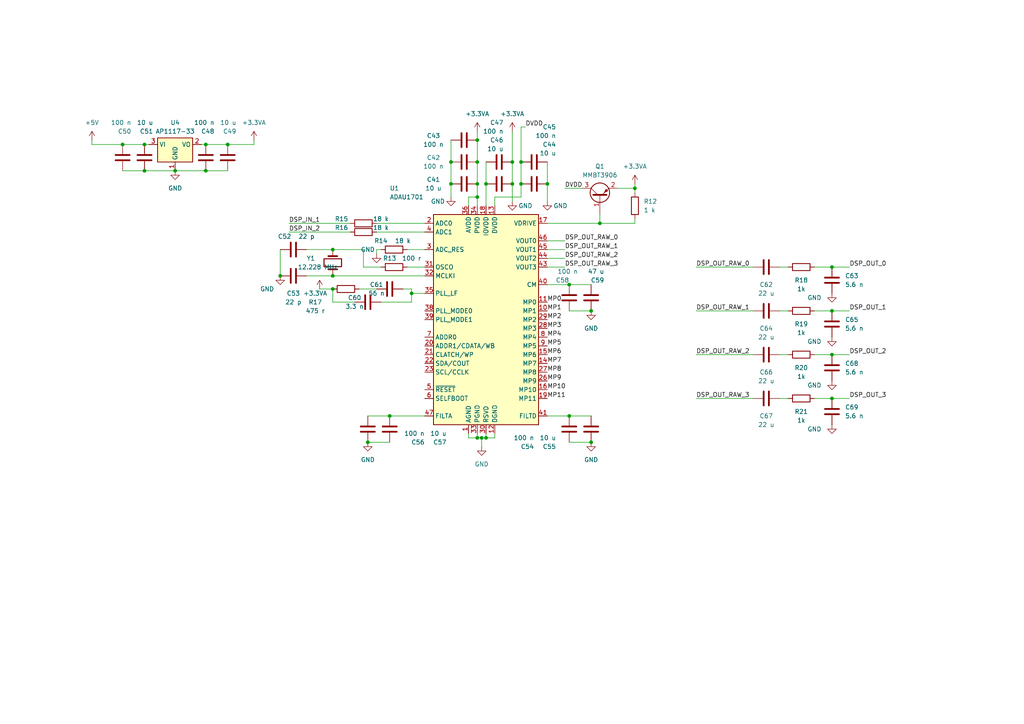
<source format=kicad_sch>
(kicad_sch (version 20230121) (generator eeschema)
  (paper "A4")
  (lib_symbols
    (symbol "DSP_AnalogDevices:ADAU1701"
      (property "Reference" "U" (at -12.7 31.75 0))
      (property "Value" "ADAU1701" (at 3.81 31.75 0))
      (symbol "ADAU1701_0_1"
        (rectangle (start -15.24 30.48) (end 15.24 -30.48) (stroke (width 0.254)) (fill (type background)))
      )
      (symbol "ADAU1701_1_1"
        (pin power_in line (at -5.08 -33.02 90) (length 2.54) (name "AGND") (number "1"))
        (pin bidirectional line (at 17.78 2.54 180) (length 2.54) (name "MP1") (number "10"))
        (pin bidirectional line (at 17.78 5.08 180) (length 2.54) (name "MP0") (number "11"))
        (pin power_in line (at 2.54 -33.02 90) (length 2.54) (name "DGND") (number "12"))
        (pin power_in line (at 2.54 33.02 270) (length 2.54) (name "DVDD") (number "13"))
        (pin bidirectional line (at 17.78 -12.7 180) (length 2.54) (name "MP7") (number "14"))
        (pin bidirectional line (at 17.78 -10.16 180) (length 2.54) (name "MP6") (number "15"))
        (pin bidirectional line (at 17.78 -20.32 180) (length 2.54) (name "MP10") (number "16"))
        (pin output line (at 17.78 27.94 180) (length 2.54) (name "VDRIVE") (number "17"))
        (pin power_in line (at 0 33.02 270) (length 2.54) (name "IOVDD") (number "18"))
        (pin bidirectional line (at 17.78 -22.86 180) (length 2.54) (name "MP11") (number "19"))
        (pin input line (at -17.78 27.94 0) (length 2.54) (name "ADC0") (number "2"))
        (pin input line (at -17.78 -7.62 0) (length 2.54) (name "ADDR1/CDATA/WB") (number "20"))
        (pin bidirectional line (at -17.78 -10.16 0) (length 2.54) (name "CLATCH/WP") (number "21"))
        (pin bidirectional line (at -17.78 -12.7 0) (length 2.54) (name "SDA/COUT") (number "22"))
        (pin bidirectional line (at -17.78 -15.24 0) (length 2.54) (name "SCL/CCLK") (number "23"))
        (pin passive line (at 2.54 33.02 270) (length 2.54) hide (name "DVDD") (number "24"))
        (pin passive line (at 2.54 -33.02 90) (length 2.54) hide (name "DGND") (number "25"))
        (pin bidirectional line (at 17.78 -17.78 180) (length 2.54) (name "MP9") (number "26"))
        (pin bidirectional line (at 17.78 -15.24 180) (length 2.54) (name "MP8") (number "27"))
        (pin bidirectional line (at 17.78 -2.54 180) (length 2.54) (name "MP3") (number "28"))
        (pin bidirectional line (at 17.78 0 180) (length 2.54) (name "MP2") (number "29"))
        (pin passive line (at -17.78 20.32 0) (length 2.54) (name "ADC_RES") (number "3"))
        (pin passive line (at 0 -33.02 90) (length 2.54) (name "RSVD") (number "30"))
        (pin passive line (at -17.78 15.24 0) (length 2.54) (name "OSCO") (number "31"))
        (pin passive line (at -17.78 12.7 0) (length 2.54) (name "MCLKI") (number "32"))
        (pin power_in line (at -2.54 -33.02 90) (length 2.54) (name "PGND") (number "33"))
        (pin power_in line (at -2.54 33.02 270) (length 2.54) (name "PVDD") (number "34"))
        (pin passive line (at -17.78 7.62 0) (length 2.54) (name "PLL_LF") (number "35"))
        (pin power_in line (at -5.08 33.02 270) (length 2.54) (name "AVDD") (number "36"))
        (pin passive line (at -5.08 -33.02 90) (length 2.54) hide (name "AGND") (number "37"))
        (pin input line (at -17.78 2.54 0) (length 2.54) (name "PLL_MODE0") (number "38"))
        (pin input line (at -17.78 0 0) (length 2.54) (name "PLL_MODE1") (number "39"))
        (pin input line (at -17.78 25.4 0) (length 2.54) (name "ADC1") (number "4"))
        (pin output line (at 17.78 10.16 180) (length 2.54) (name "CM") (number "40"))
        (pin output line (at 17.78 -27.94 180) (length 2.54) (name "FILTD") (number "41"))
        (pin passive line (at -5.08 -33.02 90) (length 2.54) hide (name "AGND") (number "42"))
        (pin output line (at 17.78 15.24 180) (length 2.54) (name "VOUT3") (number "43"))
        (pin output line (at 17.78 17.78 180) (length 2.54) (name "VOUT2") (number "44"))
        (pin output line (at 17.78 20.32 180) (length 2.54) (name "VOUT1") (number "45"))
        (pin output line (at 17.78 22.86 180) (length 2.54) (name "VOUT0") (number "46"))
        (pin output line (at -17.78 -27.94 0) (length 2.54) (name "FILTA") (number "47"))
        (pin passive line (at -5.08 33.02 270) (length 2.54) hide (name "AVDD") (number "48"))
        (pin input line (at -17.78 -20.32 0) (length 2.54) (name "~{RESET}") (number "5"))
        (pin input line (at -17.78 -22.86 0) (length 2.54) (name "SELFBOOT") (number "6"))
        (pin input line (at -17.78 -5.08 0) (length 2.54) (name "ADDR0") (number "7"))
        (pin bidirectional line (at 17.78 -5.08 180) (length 2.54) (name "MP4") (number "8"))
        (pin bidirectional line (at 17.78 -7.62 180) (length 2.54) (name "MP5") (number "9"))
      )
    )
    (symbol "Device:C" (pin_numbers hide) (pin_names (offset 0.254))
      (property "Reference" "C" (at 0.635 2.54 0))
      (property "Value" "C" (at 0.635 -2.54 0))
      (symbol "C_0_1"
        (polyline (pts (xy -2.032 -0.762) (xy 2.032 -0.762)) (stroke (width 0.508)))
        (polyline (pts (xy -2.032 0.762) (xy 2.032 0.762)) (stroke (width 0.508)))
      )
      (symbol "C_1_1"
        (pin passive line (at 0 3.81 270) (length 2.794) (name "~") (number "1"))
        (pin passive line (at 0 -3.81 90) (length 2.794) (name "~") (number "2"))
      )
    )
    (symbol "Device:Crystal" (pin_numbers hide) (pin_names (offset 1.016) hide)
      (property "Reference" "Y" (at 0 3.81 0))
      (property "Value" "Crystal" (at 0 -3.81 0))
      (symbol "Crystal_0_1"
        (rectangle (start -1.143 2.54) (end 1.143 -2.54) (stroke (width 0.3048)))
        (polyline (pts (xy -2.54 0) (xy -1.905 0)))
        (polyline (pts (xy -1.905 -1.27) (xy -1.905 1.27)) (stroke (width 0.508)))
        (polyline (pts (xy 1.905 -1.27) (xy 1.905 1.27)) (stroke (width 0.508)))
        (polyline (pts (xy 2.54 0) (xy 1.905 0)))
      )
      (symbol "Crystal_1_1"
        (pin passive line (at -3.81 0 0) (length 1.27) (name "1") (number "1"))
        (pin passive line (at 3.81 0 180) (length 1.27) (name "2") (number "2"))
      )
    )
    (symbol "Device:R" (pin_numbers hide) (pin_names (offset 0))
      (property "Reference" "R" (at 2.032 0 90))
      (property "Value" "R" (at 0 0 90))
      (symbol "R_0_1"
        (rectangle (start -1.016 -2.54) (end 1.016 2.54) (stroke (width 0.254)))
      )
      (symbol "R_1_1"
        (pin passive line (at 0 3.81 270) (length 1.27) (name "~") (number "1"))
        (pin passive line (at 0 -3.81 90) (length 1.27) (name "~") (number "2"))
      )
    )
    (symbol "Regulator_Linear:AP1117-33"
      (property "Reference" "U" (at -3.81 3.175 0))
      (property "Value" "AP1117-33" (at 0 3.175 0))
      (symbol "AP1117-33_0_1"
        (rectangle (start -5.08 -5.08) (end 5.08 1.905) (stroke (width 0.254)) (fill (type background)))
      )
      (symbol "AP1117-33_1_1"
        (pin power_in line (at 0 -7.62 90) (length 2.54) (name "GND") (number "1"))
        (pin power_out line (at 7.62 0 180) (length 2.54) (name "VO") (number "2"))
        (pin power_in line (at -7.62 0 0) (length 2.54) (name "VI") (number "3"))
      )
    )
    (symbol "Transistor_BJT:MMBT3906" (pin_names (offset 0) hide)
      (property "Reference" "Q" (at 5.08 1.905 0))
      (property "Value" "MMBT3906" (at 5.08 0 0))
      (symbol "MMBT3906_0_1"
        (polyline (pts (xy 0.635 0.635) (xy 2.54 2.54)))
        (polyline (pts (xy 0.635 -0.635) (xy 2.54 -2.54) (xy 2.54 -2.54)))
        (polyline (pts (xy 0.635 1.905) (xy 0.635 -1.905) (xy 0.635 -1.905)) (stroke (width 0.508)))
        (polyline (pts (xy 2.286 -1.778) (xy 1.778 -2.286) (xy 1.27 -1.27) (xy 2.286 -1.778) (xy 2.286 -1.778)) (fill (type outline)))
        (circle (center 1.27 0) (radius 2.8194) (stroke (width 0.254)))
      )
      (symbol "MMBT3906_1_1"
        (pin input line (at -5.08 0 0) (length 5.715) (name "B") (number "1"))
        (pin passive line (at 2.54 -5.08 90) (length 2.54) (name "E") (number "2"))
        (pin passive line (at 2.54 5.08 270) (length 2.54) (name "C") (number "3"))
      )
    )
    (symbol "power:+3.3VA" (power) (pin_names (offset 0))
      (property "Value" "+3.3VA" (at 0 3.556 0))
      (symbol "+3.3VA_0_1"
        (polyline (pts (xy -0.762 1.27) (xy 0 2.54)))
        (polyline (pts (xy 0 0) (xy 0 2.54)))
        (polyline (pts (xy 0 2.54) (xy 0.762 1.27)))
      )
      (symbol "+3.3VA_1_1"
        (pin power_in line (at 0 0 90) (length 0) hide (name "+3.3VA") (number "1"))
      )
    )
    (symbol "power:+5V" (power) (pin_names (offset 0))
      (property "Value" "+5V" (at 0 3.556 0))
      (symbol "+5V_0_1"
        (polyline (pts (xy -0.762 1.27) (xy 0 2.54)))
        (polyline (pts (xy 0 0) (xy 0 2.54)))
        (polyline (pts (xy 0 2.54) (xy 0.762 1.27)))
      )
      (symbol "+5V_1_1"
        (pin power_in line (at 0 0 90) (length 0) hide (name "+5V") (number "1"))
      )
    )
    (symbol "power:GND" (power) (pin_names (offset 0))
      (property "Value" "GND" (at 0 -3.81 0))
      (symbol "GND_0_1"
        (polyline (pts (xy 0 0) (xy 0 -1.27) (xy 1.27 -1.27) (xy 0 -2.54) (xy -1.27 -1.27) (xy 0 -1.27)))
      )
      (symbol "GND_1_1"
        (pin power_in line (at 0 0 270) (length 0) hide (name "GND") (number "1"))
      )
    )
  )
  (junction (at 171.45 128.27))
  (junction (at 171.45 90.17))
  (junction (at 241.3 90.17))
  (junction (at 130.81 53.34))
  (junction (at 165.1 82.55))
  (junction (at 241.3 102.87))
  (junction (at 119.38 85.09))
  (junction (at 66.04 41.91))
  (junction (at 81.28 80.01))
  (junction (at 96.52 83.82))
  (junction (at 138.43 53.34))
  (junction (at 151.13 53.34))
  (junction (at 138.43 127))
  (junction (at 138.43 57.15))
  (junction (at 113.03 120.65))
  (junction (at 59.69 41.91))
  (junction (at 50.8 49.53))
  (junction (at 241.3 115.57))
  (junction (at 241.3 77.47))
  (junction (at 139.7 127))
  (junction (at 130.81 46.99))
  (junction (at 151.13 46.99))
  (junction (at 138.43 40.64))
  (junction (at 96.52 80.01))
  (junction (at 148.59 53.34))
  (junction (at 165.1 120.65))
  (junction (at 35.56 41.91))
  (junction (at 138.43 46.99))
  (junction (at 59.69 49.53))
  (junction (at 148.59 46.99))
  (junction (at 158.75 53.34))
  (junction (at 173.99 64.77))
  (junction (at 96.52 72.39))
  (junction (at 184.15 54.61))
  (junction (at 140.97 127))
  (junction (at 41.91 41.91))
  (junction (at 41.91 49.53))
  (junction (at 106.68 128.27))
  (junction (at 140.97 53.34))
  (wire (pts (xy 241.3 102.87) (xy 246.38 102.87)))
  (wire (pts (xy 152.4 36.83) (xy 151.13 36.83)))
  (wire (pts (xy 66.04 41.91) (xy 73.66 41.91)))
  (wire (pts (xy 92.71 83.82) (xy 96.52 83.82)))
  (wire (pts (xy 106.68 120.65) (xy 113.03 120.65)))
  (wire (pts (xy 113.03 120.65) (xy 123.19 120.65)))
  (wire (pts (xy 173.99 64.77) (xy 184.15 64.77)))
  (wire (pts (xy 148.59 53.34) (xy 148.59 46.99)))
  (wire (pts (xy 138.43 38.1) (xy 138.43 40.64)))
  (wire (pts (xy 138.43 127) (xy 139.7 127)))
  (wire (pts (xy 96.52 87.63) (xy 96.52 83.82)))
  (wire (pts (xy 138.43 125.73) (xy 138.43 127)))
  (wire (pts (xy 139.7 127) (xy 140.97 127)))
  (wire (pts (xy 130.81 40.64) (xy 130.81 46.99)))
  (wire (pts (xy 96.52 80.01) (xy 123.19 80.01)))
  (wire (pts (xy 236.22 102.87) (xy 241.3 102.87)))
  (wire (pts (xy 119.38 85.09) (xy 119.38 83.82)))
  (wire (pts (xy 88.9 80.01) (xy 96.52 80.01)))
  (wire (pts (xy 236.22 115.57) (xy 241.3 115.57)))
  (wire (pts (xy 35.56 49.53) (xy 41.91 49.53)))
  (wire (pts (xy 226.06 90.17) (xy 228.6 90.17)))
  (wire (pts (xy 58.42 41.91) (xy 59.69 41.91)))
  (wire (pts (xy 165.1 90.17) (xy 171.45 90.17)))
  (wire (pts (xy 130.81 46.99) (xy 130.81 53.34)))
  (wire (pts (xy 158.75 64.77) (xy 173.99 64.77)))
  (wire (pts (xy 241.3 90.17) (xy 246.38 90.17)))
  (wire (pts (xy 59.69 49.53) (xy 66.04 49.53)))
  (wire (pts (xy 138.43 53.34) (xy 138.43 57.15)))
  (wire (pts (xy 138.43 40.64) (xy 138.43 46.99)))
  (wire (pts (xy 158.75 69.85) (xy 163.83 69.85)))
  (wire (pts (xy 135.89 125.73) (xy 135.89 127)))
  (wire (pts (xy 83.82 64.77) (xy 101.6 64.77)))
  (wire (pts (xy 88.9 72.39) (xy 96.52 72.39)))
  (wire (pts (xy 135.89 59.69) (xy 135.89 57.15)))
  (wire (pts (xy 148.59 53.34) (xy 148.59 58.42)))
  (wire (pts (xy 119.38 85.09) (xy 123.19 85.09)))
  (wire (pts (xy 236.22 77.47) (xy 241.3 77.47)))
  (wire (pts (xy 138.43 46.99) (xy 138.43 53.34)))
  (wire (pts (xy 158.75 72.39) (xy 163.83 72.39)))
  (wire (pts (xy 118.11 72.39) (xy 123.19 72.39)))
  (wire (pts (xy 118.11 77.47) (xy 123.19 77.47)))
  (wire (pts (xy 26.67 41.91) (xy 26.67 40.64)))
  (wire (pts (xy 119.38 87.63) (xy 119.38 85.09)))
  (wire (pts (xy 179.07 54.61) (xy 184.15 54.61)))
  (wire (pts (xy 109.22 67.31) (xy 123.19 67.31)))
  (wire (pts (xy 43.18 41.91) (xy 41.91 41.91)))
  (wire (pts (xy 143.51 127) (xy 143.51 125.73)))
  (wire (pts (xy 109.22 73.66) (xy 109.22 72.39)))
  (wire (pts (xy 41.91 41.91) (xy 35.56 41.91)))
  (wire (pts (xy 158.75 53.34) (xy 158.75 58.42)))
  (wire (pts (xy 139.7 127) (xy 139.7 129.54)))
  (wire (pts (xy 184.15 54.61) (xy 184.15 55.88)))
  (wire (pts (xy 184.15 53.34) (xy 184.15 54.61)))
  (wire (pts (xy 158.75 120.65) (xy 165.1 120.65)))
  (wire (pts (xy 163.83 54.61) (xy 168.91 54.61)))
  (wire (pts (xy 109.22 72.39) (xy 110.49 72.39)))
  (wire (pts (xy 148.59 38.1) (xy 148.59 46.99)))
  (wire (pts (xy 158.75 77.47) (xy 163.83 77.47)))
  (wire (pts (xy 151.13 36.83) (xy 151.13 46.99)))
  (wire (pts (xy 226.06 102.87) (xy 228.6 102.87)))
  (wire (pts (xy 81.28 72.39) (xy 81.28 80.01)))
  (wire (pts (xy 35.56 41.91) (xy 26.67 41.91)))
  (wire (pts (xy 151.13 57.15) (xy 143.51 57.15)))
  (wire (pts (xy 130.81 53.34) (xy 130.81 57.15)))
  (wire (pts (xy 201.93 77.47) (xy 218.44 77.47)))
  (wire (pts (xy 165.1 128.27) (xy 171.45 128.27)))
  (wire (pts (xy 201.93 102.87) (xy 218.44 102.87)))
  (wire (pts (xy 151.13 46.99) (xy 151.13 53.34)))
  (wire (pts (xy 184.15 64.77) (xy 184.15 63.5)))
  (wire (pts (xy 106.68 128.27) (xy 113.03 128.27)))
  (wire (pts (xy 83.82 67.31) (xy 101.6 67.31)))
  (wire (pts (xy 138.43 57.15) (xy 138.43 59.69)))
  (wire (pts (xy 41.91 49.53) (xy 50.8 49.53)))
  (wire (pts (xy 105.41 72.39) (xy 105.41 77.47)))
  (wire (pts (xy 165.1 120.65) (xy 171.45 120.65)))
  (wire (pts (xy 110.49 87.63) (xy 119.38 87.63)))
  (wire (pts (xy 102.87 87.63) (xy 96.52 87.63)))
  (wire (pts (xy 135.89 57.15) (xy 138.43 57.15)))
  (wire (pts (xy 158.75 74.93) (xy 163.83 74.93)))
  (wire (pts (xy 165.1 82.55) (xy 171.45 82.55)))
  (wire (pts (xy 140.97 53.34) (xy 140.97 59.69)))
  (wire (pts (xy 96.52 72.39) (xy 105.41 72.39)))
  (wire (pts (xy 135.89 127) (xy 138.43 127)))
  (wire (pts (xy 140.97 127) (xy 143.51 127)))
  (wire (pts (xy 119.38 83.82) (xy 116.84 83.82)))
  (wire (pts (xy 158.75 82.55) (xy 165.1 82.55)))
  (wire (pts (xy 201.93 115.57) (xy 218.44 115.57)))
  (wire (pts (xy 173.99 64.77) (xy 173.99 62.23)))
  (wire (pts (xy 241.3 77.47) (xy 246.38 77.47)))
  (wire (pts (xy 226.06 115.57) (xy 228.6 115.57)))
  (wire (pts (xy 151.13 53.34) (xy 151.13 57.15)))
  (wire (pts (xy 236.22 90.17) (xy 241.3 90.17)))
  (wire (pts (xy 158.75 53.34) (xy 158.75 46.99)))
  (wire (pts (xy 73.66 40.64) (xy 73.66 41.91)))
  (wire (pts (xy 59.69 41.91) (xy 66.04 41.91)))
  (wire (pts (xy 140.97 125.73) (xy 140.97 127)))
  (wire (pts (xy 143.51 57.15) (xy 143.51 59.69)))
  (wire (pts (xy 109.22 64.77) (xy 123.19 64.77)))
  (wire (pts (xy 226.06 77.47) (xy 228.6 77.47)))
  (wire (pts (xy 201.93 90.17) (xy 218.44 90.17)))
  (wire (pts (xy 241.3 115.57) (xy 246.38 115.57)))
  (wire (pts (xy 104.14 83.82) (xy 109.22 83.82)))
  (wire (pts (xy 50.8 49.53) (xy 59.69 49.53)))
  (wire (pts (xy 140.97 53.34) (xy 140.97 46.99)))
  (wire (pts (xy 105.41 77.47) (xy 110.49 77.47)))
  (label "MP7" (at 158.75 105.41 0))
  (label "DSP_OUT_RAW_3" (at 163.83 77.47 0))
  (label "MP3" (at 158.75 95.25 0))
  (label "DSP_OUT_RAW_1" (at 201.93 90.17 0))
  (label "DSP_OUT_RAW_0" (at 201.93 77.47 0))
  (label "MP11" (at 158.75 115.57 0))
  (label "MP1" (at 158.75 90.17 0))
  (label "MP5" (at 158.75 100.33 0))
  (label "DSP_OUT_RAW_2" (at 201.93 102.87 0))
  (label "DSP_OUT_0" (at 246.38 77.47 0))
  (label "DSP_IN_2" (at 83.82 67.31 0))
  (label "DSP_OUT_RAW_1" (at 163.83 72.39 0))
  (label "MP8" (at 158.75 107.95 0))
  (label "DSP_OUT_RAW_0" (at 163.83 69.85 0))
  (label "MP2" (at 158.75 92.71 0))
  (label "DVDD" (at 152.4 36.83 0))
  (label "DSP_OUT_3" (at 246.38 115.57 0))
  (label "DSP_OUT_RAW_3" (at 201.93 115.57 0))
  (label "MP9" (at 158.75 110.49 0))
  (label "DVDD" (at 163.83 54.61 0))
  (label "MP0" (at 158.75 87.63 0))
  (label "DSP_OUT_2" (at 246.38 102.87 0))
  (label "MP10" (at 158.75 113.03 0))
  (label "MP4" (at 158.75 97.79 0))
  (label "DSP_OUT_1" (at 246.38 90.17 0))
  (label "DSP_IN_1" (at 83.82 64.77 0))
  (label "DSP_OUT_RAW_2" (at 163.83 74.93 0))
  (label "MP6" (at 158.75 102.87 0))
  (symbol (lib_id "Device:R") (at 114.3 72.39 90) (unit 1)
    (property "Reference" "R14" (at 110.49 69.85 90))
    (property "Value" "18 k" (at 116.84 69.85 90))
  )
  (symbol (lib_id "power:GND") (at 171.45 128.27 0) (unit 1)
    (property "Reference" "#PWR029" (effects hide))
    (property "Value" "GND" (at 171.45 133.35 0))
  )
  (symbol (lib_id "Device:C") (at 241.3 119.38 0) (unit 1)
    (property "Reference" "C69" (at 245.11 118.11 0) (effects (justify left)))
    (property "Value" "5.6 n" (at 245.11 120.65 0) (effects (justify left)))
  )
  (symbol (lib_id "Device:C") (at 171.45 86.36 180) (unit 1)
    (property "Reference" "C59" (at 175.26 81.28 0) (effects (justify left)))
    (property "Value" "47 u" (at 175.26 78.74 0) (effects (justify left)))
  )
  (symbol (lib_id "power:GND") (at 50.8 49.53 0) (unit 1)
    (property "Reference" "#PWR020" (effects hide))
    (property "Value" "GND" (at 50.8 54.61 0))
  )
  (symbol (lib_id "power:+3.3VA") (at 92.71 83.82 0) (unit 1)
    (property "Reference" "#PWR032" (effects hide))
    (property "Value" "+3.3VA" (at 91.44 85.09 0))
  )
  (symbol (lib_id "Device:C") (at 222.25 77.47 90) (unit 1)
    (property "Reference" "C62" (at 222.25 82.55 90))
    (property "Value" "22 u" (at 222.25 85.09 90))
  )
  (symbol (lib_id "Device:C") (at 85.09 80.01 90) (unit 1)
    (property "Reference" "C53" (at 85.09 85.09 90))
    (property "Value" "22 p" (at 85.09 87.63 90))
  )
  (symbol (lib_id "Device:R") (at 105.41 67.31 90) (unit 1)
    (property "Reference" "R16" (at 99.06 66.04 90))
    (property "Value" "18 k" (at 110.49 66.04 90))
  )
  (symbol (lib_id "power:GND") (at 109.22 73.66 0) (unit 1)
    (property "Reference" "#PWR026" (effects hide))
    (property "Value" "GND" (at 106.68 72.39 0))
  )
  (symbol (lib_id "power:GND") (at 106.68 128.27 0) (unit 1)
    (property "Reference" "#PWR030" (effects hide))
    (property "Value" "GND" (at 106.68 133.35 0))
  )
  (symbol (lib_id "Device:C") (at 154.94 46.99 270) (unit 1)
    (property "Reference" "C45" (at 161.29 36.83 90) (effects (justify right)))
    (property "Value" "100 n" (at 161.29 39.37 90) (effects (justify right)))
  )
  (symbol (lib_id "power:GND") (at 241.3 97.79 0) (unit 1)
    (property "Reference" "#PWR034" (effects hide))
    (property "Value" "GND" (at 236.22 99.06 0))
  )
  (symbol (lib_id "Transistor_BJT:MMBT3906") (at 173.99 57.15 90) (unit 1)
    (property "Reference" "Q1" (at 173.99 48.26 90))
    (property "Value" "MMBT3906" (at 173.99 50.8 90))
    (property "Footprint" "Package_TO_SOT_SMD:SOT-23" (effects hide))
    (property "Datasheet" "https://www.onsemi.com/pdf/datasheet/pzt3906-d.pdf" (effects hide))
  )
  (symbol (lib_id "Device:C") (at 106.68 87.63 90) (unit 1)
    (property "Reference" "C60" (at 102.87 86.36 90))
    (property "Value" "3.3 n" (at 102.87 88.9 90))
  )
  (symbol (lib_id "Device:C") (at 134.62 53.34 90) (unit 1)
    (property "Reference" "C41" (at 125.73 52.07 90))
    (property "Value" "10 u" (at 125.73 54.61 90))
  )
  (symbol (lib_id "power:GND") (at 139.7 129.54 0) (unit 1)
    (property "Reference" "#PWR028" (effects hide))
    (property "Value" "GND" (at 139.7 134.62 0))
  )
  (symbol (lib_id "Device:R") (at 232.41 102.87 90) (unit 1)
    (property "Reference" "R20" (at 232.41 106.68 90))
    (property "Value" "1k" (at 232.41 109.22 90))
  )
  (symbol (lib_id "power:+3.3VA") (at 138.43 38.1 0) (unit 1)
    (property "Reference" "#PWR022" (effects hide))
    (property "Value" "+3.3VA" (at 138.43 33.02 0))
  )
  (symbol (lib_id "Device:C") (at 222.25 102.87 90) (unit 1)
    (property "Reference" "C66" (at 222.25 107.95 90))
    (property "Value" "22 u" (at 222.25 110.49 90))
  )
  (symbol (lib_id "Device:C") (at 144.78 53.34 90) (unit 1)
    (property "Reference" "C46" (at 146.05 40.64 90) (effects (justify left)))
    (property "Value" "10 u" (at 146.05 43.18 90) (effects (justify left)))
  )
  (symbol (lib_id "Device:C") (at 134.62 40.64 270) (unit 1)
    (property "Reference" "C43" (at 125.73 39.37 90))
    (property "Value" "100 n" (at 125.73 41.91 90))
  )
  (symbol (lib_id "Device:C") (at 222.25 90.17 90) (unit 1)
    (property "Reference" "C64" (at 222.25 95.25 90))
    (property "Value" "22 u" (at 222.25 97.79 90))
  )
  (symbol (lib_id "DSP_AnalogDevices:ADAU1701") (at 140.97 92.71 0) (unit 1)
    (property "Reference" "U1" (at 113.03 54.61 0) (effects (justify left)))
    (property "Value" "ADAU1701" (at 113.03 57.15 0) (effects (justify left)))
    (property "Footprint" "Package_QFP:LQFP-48_7x7mm_P0.5mm" (effects hide))
    (property "Datasheet" "https://www.analog.com/media/en/technical-documentation/data-sheets/ADAU1701.pdf" (effects hide))
  )
  (symbol (lib_id "Device:C") (at 171.45 124.46 180) (unit 1)
    (property "Reference" "C55" (at 161.29 129.54 0) (effects (justify left)))
    (property "Value" "10 u" (at 161.29 127 0) (effects (justify left)))
  )
  (symbol (lib_id "Device:C") (at 144.78 46.99 270) (unit 1)
    (property "Reference" "C47" (at 146.05 35.56 90) (effects (justify right)))
    (property "Value" "100 n" (at 146.05 38.1 90) (effects (justify right)))
  )
  (symbol (lib_id "Device:C") (at 85.09 72.39 90) (unit 1)
    (property "Reference" "C52" (at 82.55 68.58 90))
    (property "Value" "22 p" (at 88.9 68.58 90))
  )
  (symbol (lib_id "Device:C") (at 154.94 53.34 90) (unit 1)
    (property "Reference" "C44" (at 161.29 41.91 90) (effects (justify left)))
    (property "Value" "10 u" (at 161.29 44.45 90) (effects (justify left)))
  )
  (symbol (lib_id "Device:R") (at 232.41 115.57 90) (unit 1)
    (property "Reference" "R21" (at 232.41 119.38 90))
    (property "Value" "1k" (at 232.41 121.92 90))
  )
  (symbol (lib_id "power:+3.3VA") (at 184.15 53.34 0) (unit 1)
    (property "Reference" "#PWR021" (effects hide))
    (property "Value" "+3.3VA" (at 184.15 48.26 0))
  )
  (symbol (lib_id "Device:C") (at 113.03 124.46 180) (unit 1)
    (property "Reference" "C57" (at 129.54 128.27 0) (effects (justify left)))
    (property "Value" "10 u" (at 129.54 125.73 0) (effects (justify left)))
  )
  (symbol (lib_id "Device:C") (at 35.56 45.72 0) (unit 1)
    (property "Reference" "C50" (at 38.1 38.1 0) (effects (justify right)))
    (property "Value" "100 n" (at 38.1 35.56 0) (effects (justify right)))
  )
  (symbol (lib_id "Device:C") (at 222.25 115.57 90) (unit 1)
    (property "Reference" "C67" (at 222.25 120.65 90))
    (property "Value" "22 u" (at 222.25 123.19 90))
  )
  (symbol (lib_id "Device:C") (at 165.1 86.36 0) (unit 1)
    (property "Reference" "C58" (at 165.1 81.28 0) (effects (justify right)))
    (property "Value" "100 n" (at 167.64 78.74 0) (effects (justify right)))
  )
  (symbol (lib_id "Device:C") (at 134.62 46.99 270) (unit 1)
    (property "Reference" "C42" (at 125.73 45.72 90))
    (property "Value" "100 n" (at 125.73 48.26 90))
  )
  (symbol (lib_id "power:GND") (at 241.3 85.09 0) (unit 1)
    (property "Reference" "#PWR033" (effects hide))
    (property "Value" "GND" (at 236.22 86.36 0))
  )
  (symbol (lib_id "Device:R") (at 232.41 77.47 90) (unit 1)
    (property "Reference" "R18" (at 232.41 81.28 90))
    (property "Value" "1k" (at 232.41 83.82 90))
  )
  (symbol (lib_id "Device:C") (at 59.69 45.72 0) (unit 1)
    (property "Reference" "C48" (at 62.23 38.1 0) (effects (justify right)))
    (property "Value" "100 n" (at 62.23 35.56 0) (effects (justify right)))
  )
  (symbol (lib_id "power:GND") (at 241.3 110.49 0) (unit 1)
    (property "Reference" "#PWR035" (effects hide))
    (property "Value" "GND" (at 236.22 111.76 0))
  )
  (symbol (lib_id "Device:R") (at 114.3 77.47 90) (unit 1)
    (property "Reference" "R13" (at 113.03 74.93 90))
    (property "Value" "100 r" (at 119.38 74.93 90))
  )
  (symbol (lib_id "power:+3.3VA") (at 148.59 38.1 0) (unit 1)
    (property "Reference" "#PWR024" (effects hide))
    (property "Value" "+3.3VA" (at 148.59 33.02 0))
  )
  (symbol (lib_id "power:GND") (at 158.75 58.42 0) (mirror y) (unit 1)
    (property "Reference" "#PWR023" (effects hide))
    (property "Value" "GND" (at 162.56 59.69 0))
  )
  (symbol (lib_id "power:GND") (at 241.3 123.19 0) (unit 1)
    (property "Reference" "#PWR036" (effects hide))
    (property "Value" "GND" (at 236.22 124.46 0))
  )
  (symbol (lib_id "Device:R") (at 232.41 90.17 90) (unit 1)
    (property "Reference" "R19" (at 232.41 93.98 90))
    (property "Value" "1k" (at 232.41 96.52 90))
  )
  (symbol (lib_id "Device:C") (at 41.91 45.72 180) (unit 1)
    (property "Reference" "C51" (at 44.45 38.1 0) (effects (justify left)))
    (property "Value" "10 u" (at 44.45 35.56 0) (effects (justify left)))
  )
  (symbol (lib_id "power:+5V") (at 26.67 40.64 0) (unit 1)
    (property "Reference" "#PWR019" (effects hide))
    (property "Value" "+5V" (at 26.67 35.56 0))
  )
  (symbol (lib_id "power:GND") (at 130.81 57.15 0) (unit 1)
    (property "Reference" "#PWR017" (effects hide))
    (property "Value" "GND" (at 127 58.42 0))
  )
  (symbol (lib_id "Device:R") (at 105.41 64.77 90) (unit 1)
    (property "Reference" "R15" (at 99.06 63.5 90))
    (property "Value" "18 k" (at 110.49 63.5 90))
  )
  (symbol (lib_id "power:GND") (at 171.45 90.17 0) (unit 1)
    (property "Reference" "#PWR031" (effects hide))
    (property "Value" "GND" (at 171.45 95.25 0))
  )
  (symbol (lib_id "power:+3.3VA") (at 73.66 40.64 0) (unit 1)
    (property "Reference" "#PWR018" (effects hide))
    (property "Value" "+3.3VA" (at 73.66 35.56 0))
  )
  (symbol (lib_id "Device:C") (at 66.04 45.72 180) (unit 1)
    (property "Reference" "C49" (at 68.58 38.1 0) (effects (justify left)))
    (property "Value" "10 u" (at 68.58 35.56 0) (effects (justify left)))
  )
  (symbol (lib_id "Device:C") (at 106.68 124.46 0) (unit 1)
    (property "Reference" "C56" (at 123.19 128.27 0) (effects (justify right)))
    (property "Value" "100 n" (at 123.19 125.73 0) (effects (justify right)))
  )
  (symbol (lib_id "Device:C") (at 241.3 106.68 0) (unit 1)
    (property "Reference" "C68" (at 245.11 105.41 0) (effects (justify left)))
    (property "Value" "5.6 n" (at 245.11 107.95 0) (effects (justify left)))
  )
  (symbol (lib_id "Device:R") (at 100.33 83.82 90) (unit 1)
    (property "Reference" "R17" (at 91.44 87.63 90))
    (property "Value" "475 r" (at 91.44 90.17 90))
  )
  (symbol (lib_id "Device:R") (at 184.15 59.69 0) (unit 1)
    (property "Reference" "R12" (at 186.69 58.42 0) (effects (justify left)))
    (property "Value" "1 k" (at 186.69 60.96 0) (effects (justify left)))
  )
  (symbol (lib_id "Device:C") (at 113.03 83.82 90) (unit 1)
    (property "Reference" "C61" (at 109.22 82.55 90))
    (property "Value" "56 n" (at 109.22 85.09 90))
  )
  (symbol (lib_id "Device:C") (at 165.1 124.46 0) (unit 1)
    (property "Reference" "C54" (at 154.94 129.54 0) (effects (justify right)))
    (property "Value" "100 n" (at 154.94 127 0) (effects (justify right)))
  )
  (symbol (lib_id "Device:C") (at 241.3 93.98 0) (unit 1)
    (property "Reference" "C65" (at 245.11 92.71 0) (effects (justify left)))
    (property "Value" "5.6 n" (at 245.11 95.25 0) (effects (justify left)))
  )
  (symbol (lib_id "Device:Crystal") (at 96.52 76.2 90) (unit 1)
    (property "Reference" "Y1" (at 88.9 74.93 90) (effects (justify right)))
    (property "Value" "12.228 MHz" (at 86.36 77.47 90) (effects (justify right)))
  )
  (symbol (lib_id "Device:C") (at 241.3 81.28 0) (unit 1)
    (property "Reference" "C63" (at 245.11 80.01 0) (effects (justify left)))
    (property "Value" "5.6 n" (at 245.11 82.55 0) (effects (justify left)))
  )
  (symbol (lib_id "power:GND") (at 81.28 80.01 0) (unit 1)
    (property "Reference" "#PWR027" (effects hide))
    (property "Value" "GND" (at 77.47 83.82 0))
  )
  (symbol (lib_id "power:GND") (at 148.59 58.42 0) (mirror y) (unit 1)
    (property "Reference" "#PWR025" (effects hide))
    (property "Value" "GND" (at 152.4 59.69 0))
  )
  (symbol (lib_id "Regulator_Linear:AP1117-33") (at 50.8 41.91 0) (unit 1)
    (property "Reference" "U4" (at 50.8 35.56 0))
    (property "Value" "AP1117-33" (at 50.8 38.1 0))
    (property "Footprint" "Package_TO_SOT_SMD:SOT-223-3_TabPin2" (effects hide))
    (property "Datasheet" "http://www.diodes.com/datasheets/AP1117.pdf" (effects hide))
  )
)
</source>
